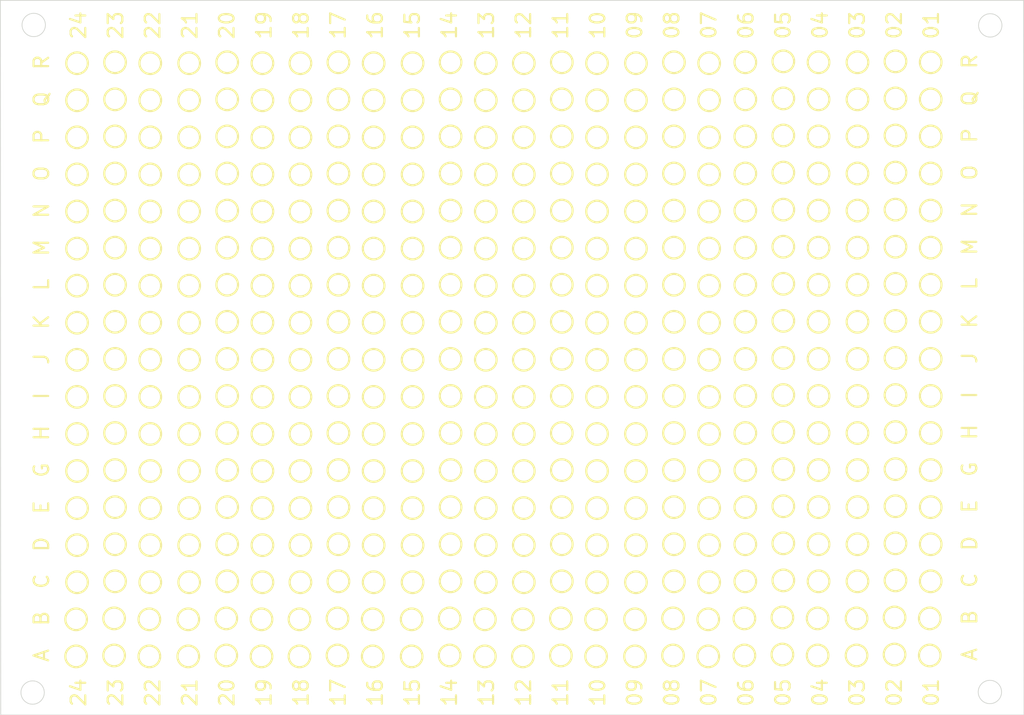
<source format=kicad_pcb>
(kicad_pcb (version 20171130) (host pcbnew "(5.1.8)-1")

  (general
    (thickness 1.6)
    (drawings 543)
    (tracks 0)
    (zones 0)
    (modules 0)
    (nets 1)
  )

  (page A4)
  (layers
    (0 F.Cu signal hide)
    (31 B.Cu signal)
    (32 B.Adhes user hide)
    (33 F.Adhes user hide)
    (34 B.Paste user hide)
    (35 F.Paste user hide)
    (36 B.SilkS user hide)
    (37 F.SilkS user)
    (38 B.Mask user hide)
    (39 F.Mask user hide)
    (40 Dwgs.User user hide)
    (41 Cmts.User user hide)
    (42 Eco1.User user hide)
    (43 Eco2.User user)
    (44 Edge.Cuts user)
    (45 Margin user hide)
    (46 B.CrtYd user hide)
    (47 F.CrtYd user hide)
    (48 B.Fab user hide)
    (49 F.Fab user hide)
  )

  (setup
    (last_trace_width 0.25)
    (user_trace_width 0.5)
    (user_trace_width 0.75)
    (trace_clearance 0.2)
    (zone_clearance 0.508)
    (zone_45_only no)
    (trace_min 0.2)
    (via_size 0.8)
    (via_drill 0.4)
    (via_min_size 0.4)
    (via_min_drill 0.3)
    (uvia_size 0.3)
    (uvia_drill 0.1)
    (uvias_allowed no)
    (uvia_min_size 0.2)
    (uvia_min_drill 0.1)
    (edge_width 0.05)
    (segment_width 0.2)
    (pcb_text_width 0.3)
    (pcb_text_size 1.5 1.5)
    (mod_edge_width 0.12)
    (mod_text_size 1 1)
    (mod_text_width 0.15)
    (pad_size 1.524 1.524)
    (pad_drill 0.762)
    (pad_to_mask_clearance 0)
    (aux_axis_origin 0 0)
    (visible_elements 7FFFFFFF)
    (pcbplotparams
      (layerselection 0x010fc_ffffffff)
      (usegerberextensions false)
      (usegerberattributes true)
      (usegerberadvancedattributes true)
      (creategerberjobfile true)
      (excludeedgelayer true)
      (linewidth 0.100000)
      (plotframeref false)
      (viasonmask false)
      (mode 1)
      (useauxorigin false)
      (hpglpennumber 1)
      (hpglpenspeed 20)
      (hpglpendiameter 15.000000)
      (psnegative false)
      (psa4output false)
      (plotreference true)
      (plotvalue true)
      (plotinvisibletext false)
      (padsonsilk false)
      (subtractmaskfromsilk false)
      (outputformat 1)
      (mirror false)
      (drillshape 1)
      (scaleselection 1)
      (outputdirectory ""))
  )

  (net 0 "")

  (net_class Default "This is the default net class."
    (clearance 0.2)
    (trace_width 0.25)
    (via_dia 0.8)
    (via_drill 0.4)
    (uvia_dia 0.3)
    (uvia_drill 0.1)
  )

  (gr_line (start 29.21 72.39) (end 29.21 29.21) (layer Margin) (width 0.15) (tstamp 5FDBADFD))
  (gr_line (start 90.17 72.39) (end 29.21 72.39) (layer Margin) (width 0.15))
  (gr_line (start 90.17 29.21) (end 90.17 72.39) (layer Margin) (width 0.15))
  (gr_line (start 29.21 29.21) (end 90.17 29.21) (layer Margin) (width 0.15))
  (gr_circle (center 27.3304 73.66) (end 28.1304 73.66) (layer Edge.Cuts) (width 0.05) (tstamp 5FDBADB1))
  (gr_circle (center 27.4066 27.924) (end 28.2066 27.924) (layer Edge.Cuts) (width 0.05) (tstamp 5FDBADB1))
  (gr_circle (center 92.9132 73.6218) (end 93.7132 73.6218) (layer Edge.Cuts) (width 0.05) (tstamp 5FDBADB1))
  (gr_text 24 (at 30.48 73.66 90) (layer F.SilkS) (tstamp 5FDBA936)
    (effects (font (size 1 1) (thickness 0.15)))
  )
  (gr_text 16 (at 50.8 73.66 90) (layer F.SilkS) (tstamp 5FDBA935)
    (effects (font (size 1 1) (thickness 0.15)))
  )
  (gr_text 12 (at 60.96 73.66 90) (layer F.SilkS) (tstamp 5FDBA934)
    (effects (font (size 1 1) (thickness 0.15)))
  )
  (gr_text 08 (at 71.12 73.66 90) (layer F.SilkS) (tstamp 5FDBA933)
    (effects (font (size 1 1) (thickness 0.15)))
  )
  (gr_text 22 (at 35.56 73.66 90) (layer F.SilkS) (tstamp 5FDBA932)
    (effects (font (size 1 1) (thickness 0.15)))
  )
  (gr_text 19 (at 43.18 73.66 90) (layer F.SilkS) (tstamp 5FDBA931)
    (effects (font (size 1 1) (thickness 0.15)))
  )
  (gr_text 20 (at 40.64 73.66 90) (layer F.SilkS) (tstamp 5FDBA930)
    (effects (font (size 1 1) (thickness 0.15)))
  )
  (gr_text 11 (at 63.5 73.66 90) (layer F.SilkS) (tstamp 5FDBA92F)
    (effects (font (size 1 1) (thickness 0.15)))
  )
  (gr_text 21 (at 38.1 73.66 90) (layer F.SilkS) (tstamp 5FDBA92E)
    (effects (font (size 1 1) (thickness 0.15)))
  )
  (gr_text 23 (at 33.02 73.66 90) (layer F.SilkS) (tstamp 5FDBA92D)
    (effects (font (size 1 1) (thickness 0.15)))
  )
  (gr_text 10 (at 66.04 73.66 90) (layer F.SilkS) (tstamp 5FDBA92C)
    (effects (font (size 1 1) (thickness 0.15)))
  )
  (gr_text 18 (at 45.72 73.66 90) (layer F.SilkS) (tstamp 5FDBA92B)
    (effects (font (size 1 1) (thickness 0.15)))
  )
  (gr_text 15 (at 53.34 73.66 90) (layer F.SilkS) (tstamp 5FDBA92A)
    (effects (font (size 1 1) (thickness 0.15)))
  )
  (gr_text 14 (at 55.88 73.66 90) (layer F.SilkS) (tstamp 5FDBA929)
    (effects (font (size 1 1) (thickness 0.15)))
  )
  (gr_text 13 (at 58.42 73.66 90) (layer F.SilkS) (tstamp 5FDBA928)
    (effects (font (size 1 1) (thickness 0.15)))
  )
  (gr_text 09 (at 68.58 73.66 90) (layer F.SilkS) (tstamp 5FDBA927)
    (effects (font (size 1 1) (thickness 0.15)))
  )
  (gr_text 17 (at 48.26 73.66 90) (layer F.SilkS) (tstamp 5FDBA926)
    (effects (font (size 1 1) (thickness 0.15)))
  )
  (gr_text 04 (at 81.28 73.66 90) (layer F.SilkS) (tstamp 5FDBA925)
    (effects (font (size 1 1) (thickness 0.15)))
  )
  (gr_text 03 (at 83.82 73.66 90) (layer F.SilkS) (tstamp 5FDBA924)
    (effects (font (size 1 1) (thickness 0.15)))
  )
  (gr_text 01 (at 88.9 73.66 90) (layer F.SilkS) (tstamp 5FDBA923)
    (effects (font (size 1 1) (thickness 0.15)))
  )
  (gr_text 07 (at 73.66 73.66 90) (layer F.SilkS) (tstamp 5FDBA922)
    (effects (font (size 1 1) (thickness 0.15)))
  )
  (gr_text 06 (at 76.2 73.66 90) (layer F.SilkS) (tstamp 5FDBA921)
    (effects (font (size 1 1) (thickness 0.15)))
  )
  (gr_text 02 (at 86.36 73.66 90) (layer F.SilkS) (tstamp 5FDBA920)
    (effects (font (size 1 1) (thickness 0.15)))
  )
  (gr_text 05 (at 78.74 73.66 90) (layer F.SilkS) (tstamp 5FDBA91F)
    (effects (font (size 1 1) (thickness 0.15)))
  )
  (gr_text 24 (at 30.48 27.94 90) (layer F.SilkS)
    (effects (font (size 1 1) (thickness 0.15)))
  )
  (gr_text 23 (at 33.02 27.94 90) (layer F.SilkS)
    (effects (font (size 1 1) (thickness 0.15)))
  )
  (gr_text 22 (at 35.56 27.94 90) (layer F.SilkS)
    (effects (font (size 1 1) (thickness 0.15)))
  )
  (gr_text 21 (at 38.1 27.94 90) (layer F.SilkS)
    (effects (font (size 1 1) (thickness 0.15)))
  )
  (gr_text 20 (at 40.64 27.94 90) (layer F.SilkS)
    (effects (font (size 1 1) (thickness 0.15)))
  )
  (gr_text 19 (at 43.18 27.94 90) (layer F.SilkS)
    (effects (font (size 1 1) (thickness 0.15)))
  )
  (gr_text 18 (at 45.72 27.94 90) (layer F.SilkS)
    (effects (font (size 1 1) (thickness 0.15)))
  )
  (gr_text 17 (at 48.26 27.94 90) (layer F.SilkS)
    (effects (font (size 1 1) (thickness 0.15)))
  )
  (gr_text 16 (at 50.8 27.94 90) (layer F.SilkS)
    (effects (font (size 1 1) (thickness 0.15)))
  )
  (gr_text 15 (at 53.34 27.94 90) (layer F.SilkS)
    (effects (font (size 1 1) (thickness 0.15)))
  )
  (gr_text 14 (at 55.88 27.94 90) (layer F.SilkS)
    (effects (font (size 1 1) (thickness 0.15)))
  )
  (gr_text 13 (at 58.42 27.94 90) (layer F.SilkS)
    (effects (font (size 1 1) (thickness 0.15)))
  )
  (gr_text 12 (at 60.96 27.94 90) (layer F.SilkS)
    (effects (font (size 1 1) (thickness 0.15)))
  )
  (gr_text 11 (at 63.5 27.94 90) (layer F.SilkS)
    (effects (font (size 1 1) (thickness 0.15)))
  )
  (gr_text 10 (at 66.04 27.94 90) (layer F.SilkS)
    (effects (font (size 1 1) (thickness 0.15)))
  )
  (gr_text 09 (at 68.58 27.94 90) (layer F.SilkS)
    (effects (font (size 1 1) (thickness 0.15)))
  )
  (gr_text 08 (at 71.12 27.94 90) (layer F.SilkS)
    (effects (font (size 1 1) (thickness 0.15)))
  )
  (gr_text 07 (at 73.66 27.94 90) (layer F.SilkS)
    (effects (font (size 1 1) (thickness 0.15)))
  )
  (gr_text 06 (at 76.2 27.94 90) (layer F.SilkS)
    (effects (font (size 1 1) (thickness 0.15)))
  )
  (gr_text 05 (at 78.74 27.94 90) (layer F.SilkS)
    (effects (font (size 1 1) (thickness 0.15)))
  )
  (gr_text 04 (at 81.28 27.94 90) (layer F.SilkS)
    (effects (font (size 1 1) (thickness 0.15)))
  )
  (gr_text 03 (at 83.82 27.94 90) (layer F.SilkS)
    (effects (font (size 1 1) (thickness 0.15)))
  )
  (gr_text 02 (at 86.36 27.94 90) (layer F.SilkS)
    (effects (font (size 1 1) (thickness 0.15)))
  )
  (gr_text 01 (at 88.9 27.94 90) (layer F.SilkS)
    (effects (font (size 1 1) (thickness 0.15)))
  )
  (gr_text R (at 91.52497 30.4165 90) (layer F.SilkS) (tstamp 5FDBA837)
    (effects (font (size 1 1) (thickness 0.15)))
  )
  (gr_text A (at 91.52497 71.0565 90) (layer F.SilkS) (tstamp 5FDBA836)
    (effects (font (size 1 1) (thickness 0.15)))
  )
  (gr_text D (at 91.52497 63.4365 90) (layer F.SilkS) (tstamp 5FDBA835)
    (effects (font (size 1 1) (thickness 0.15)))
  )
  (gr_text J (at 91.52497 50.7365 90) (layer F.SilkS) (tstamp 5FDBA834)
    (effects (font (size 1 1) (thickness 0.15)))
  )
  (gr_text I (at 91.52497 53.2765 90) (layer F.SilkS) (tstamp 5FDBA833)
    (effects (font (size 1 1) (thickness 0.15)))
  )
  (gr_text C (at 91.52497 65.9765 90) (layer F.SilkS) (tstamp 5FDBA832)
    (effects (font (size 1 1) (thickness 0.15)))
  )
  (gr_text N (at 91.52497 40.5765 90) (layer F.SilkS) (tstamp 5FDBA831)
    (effects (font (size 1 1) (thickness 0.15)))
  )
  (gr_text E (at 91.52497 60.8965 90) (layer F.SilkS) (tstamp 5FDBA830)
    (effects (font (size 1 1) (thickness 0.15)))
  )
  (gr_text O (at 91.52497 38.0365 90) (layer F.SilkS) (tstamp 5FDBA82F)
    (effects (font (size 1 1) (thickness 0.15)))
  )
  (gr_text P (at 91.52497 35.4965 90) (layer F.SilkS) (tstamp 5FDBA82E)
    (effects (font (size 1 1) (thickness 0.15)))
  )
  (gr_text B (at 91.52497 68.5165 90) (layer F.SilkS) (tstamp 5FDBA82D)
    (effects (font (size 1 1) (thickness 0.15)))
  )
  (gr_text M (at 91.52497 43.1165 90) (layer F.SilkS) (tstamp 5FDBA82C)
    (effects (font (size 1 1) (thickness 0.15)))
  )
  (gr_text H (at 91.52497 55.8165 90) (layer F.SilkS) (tstamp 5FDBA82B)
    (effects (font (size 1 1) (thickness 0.15)))
  )
  (gr_text L (at 91.52497 45.6565 90) (layer F.SilkS) (tstamp 5FDBA82A)
    (effects (font (size 1 1) (thickness 0.15)))
  )
  (gr_text G (at 91.52497 58.3565 90) (layer F.SilkS) (tstamp 5FDBA829)
    (effects (font (size 1 1) (thickness 0.15)))
  )
  (gr_text Q (at 91.52497 32.9565 90) (layer F.SilkS) (tstamp 5FDBA828)
    (effects (font (size 1 1) (thickness 0.15)))
  )
  (gr_text K (at 91.52497 48.1965 90) (layer F.SilkS) (tstamp 5FDBA827)
    (effects (font (size 1 1) (thickness 0.15)))
  )
  (gr_circle (center 71.26847 48.26) (end 71.90347 48.641) (layer F.SilkS) (width 0.15) (tstamp 5FDB983D))
  (gr_circle (center 73.68147 63.5635) (end 74.31647 63.9445) (layer F.SilkS) (width 0.15) (tstamp 5FDB983C))
  (gr_circle (center 71.26847 60.96) (end 71.90347 61.341) (layer F.SilkS) (width 0.15) (tstamp 5FDB983B))
  (gr_circle (center 71.26847 35.56) (end 71.90347 35.941) (layer F.SilkS) (width 0.15) (tstamp 5FDB983A))
  (gr_circle (center 68.66497 63.5635) (end 69.29997 63.9445) (layer F.SilkS) (width 0.15) (tstamp 5FDB9839))
  (gr_circle (center 71.26847 53.34) (end 71.90347 53.721) (layer F.SilkS) (width 0.15) (tstamp 5FDB9838))
  (gr_circle (center 68.66497 66.1035) (end 69.29997 66.4845) (layer F.SilkS) (width 0.15) (tstamp 5FDB9837))
  (gr_circle (center 71.26847 50.8) (end 71.90347 51.181) (layer F.SilkS) (width 0.15) (tstamp 5FDB9836))
  (gr_circle (center 71.20497 71.12) (end 71.83997 71.501) (layer F.SilkS) (width 0.15) (tstamp 5FDB9835))
  (gr_circle (center 71.26847 55.88) (end 71.90347 56.261) (layer F.SilkS) (width 0.15) (tstamp 5FDB9834))
  (gr_circle (center 73.68147 38.1635) (end 74.31647 38.5445) (layer F.SilkS) (width 0.15) (tstamp 5FDB9833))
  (gr_circle (center 73.68147 30.5435) (end 74.31647 30.9245) (layer F.SilkS) (width 0.15) (tstamp 5FDB9832))
  (gr_circle (center 71.26847 66.04) (end 71.90347 66.421) (layer F.SilkS) (width 0.15) (tstamp 5FDB9831))
  (gr_circle (center 73.68147 33.0835) (end 74.31647 33.4645) (layer F.SilkS) (width 0.15) (tstamp 5FDB9830))
  (gr_circle (center 73.68147 53.4035) (end 74.31647 53.7845) (layer F.SilkS) (width 0.15) (tstamp 5FDB982F))
  (gr_circle (center 68.60147 71.1835) (end 69.23647 71.5645) (layer F.SilkS) (width 0.15) (tstamp 5FDB982E))
  (gr_circle (center 71.20497 68.58) (end 71.83997 68.961) (layer F.SilkS) (width 0.15) (tstamp 5FDB982D))
  (gr_circle (center 68.66497 33.0835) (end 69.29997 33.4645) (layer F.SilkS) (width 0.15) (tstamp 5FDB982C))
  (gr_circle (center 73.68147 66.1035) (end 74.31647 66.4845) (layer F.SilkS) (width 0.15) (tstamp 5FDB982B))
  (gr_circle (center 73.68147 43.2435) (end 74.31647 43.6245) (layer F.SilkS) (width 0.15) (tstamp 5FDB982A))
  (gr_circle (center 73.68147 40.7035) (end 74.31647 41.0845) (layer F.SilkS) (width 0.15) (tstamp 5FDB9829))
  (gr_circle (center 73.68147 50.8635) (end 74.31647 51.2445) (layer F.SilkS) (width 0.15) (tstamp 5FDB9828))
  (gr_circle (center 68.66497 30.5435) (end 69.29997 30.9245) (layer F.SilkS) (width 0.15) (tstamp 5FDB9827))
  (gr_circle (center 68.66497 61.0235) (end 69.29997 61.4045) (layer F.SilkS) (width 0.15) (tstamp 5FDB9826))
  (gr_circle (center 68.66497 58.4835) (end 69.29997 58.8645) (layer F.SilkS) (width 0.15) (tstamp 5FDB9825))
  (gr_circle (center 71.26847 38.1) (end 71.90347 38.481) (layer F.SilkS) (width 0.15) (tstamp 5FDB9824))
  (gr_circle (center 68.66497 40.7035) (end 69.29997 41.0845) (layer F.SilkS) (width 0.15) (tstamp 5FDB9823))
  (gr_circle (center 71.26847 58.42) (end 71.90347 58.801) (layer F.SilkS) (width 0.15) (tstamp 5FDB9822))
  (gr_circle (center 73.61797 68.6435) (end 74.25297 69.0245) (layer F.SilkS) (width 0.15) (tstamp 5FDB9821))
  (gr_circle (center 73.68147 45.7835) (end 74.31647 46.1645) (layer F.SilkS) (width 0.15) (tstamp 5FDB9820))
  (gr_circle (center 68.66497 43.2435) (end 69.29997 43.6245) (layer F.SilkS) (width 0.15) (tstamp 5FDB981F))
  (gr_circle (center 71.26847 30.48) (end 71.90347 30.861) (layer F.SilkS) (width 0.15) (tstamp 5FDB981E))
  (gr_circle (center 68.66497 50.8635) (end 69.29997 51.2445) (layer F.SilkS) (width 0.15) (tstamp 5FDB981D))
  (gr_circle (center 71.26847 33.02) (end 71.90347 33.401) (layer F.SilkS) (width 0.15) (tstamp 5FDB981C))
  (gr_circle (center 68.60147 68.6435) (end 69.23647 69.0245) (layer F.SilkS) (width 0.15) (tstamp 5FDB981B))
  (gr_circle (center 71.26847 43.18) (end 71.90347 43.561) (layer F.SilkS) (width 0.15) (tstamp 5FDB981A))
  (gr_circle (center 68.66497 35.6235) (end 69.29997 36.0045) (layer F.SilkS) (width 0.15) (tstamp 5FDB9819))
  (gr_circle (center 73.61797 71.1835) (end 74.25297 71.5645) (layer F.SilkS) (width 0.15) (tstamp 5FDB9818))
  (gr_circle (center 71.26847 63.5) (end 71.90347 63.881) (layer F.SilkS) (width 0.15) (tstamp 5FDB9817))
  (gr_circle (center 68.66497 38.1635) (end 69.29997 38.5445) (layer F.SilkS) (width 0.15) (tstamp 5FDB9816))
  (gr_circle (center 68.66497 45.7835) (end 69.29997 46.1645) (layer F.SilkS) (width 0.15) (tstamp 5FDB9815))
  (gr_circle (center 73.68147 35.6235) (end 74.31647 36.0045) (layer F.SilkS) (width 0.15) (tstamp 5FDB9814))
  (gr_circle (center 71.26847 40.64) (end 71.90347 41.021) (layer F.SilkS) (width 0.15) (tstamp 5FDB9813))
  (gr_circle (center 76.15797 60.96) (end 76.79297 61.341) (layer F.SilkS) (width 0.15) (tstamp 5FDB9812))
  (gr_circle (center 81.17447 43.18) (end 81.80947 43.561) (layer F.SilkS) (width 0.15) (tstamp 5FDB9811))
  (gr_circle (center 78.76147 38.0365) (end 79.39647 38.4175) (layer F.SilkS) (width 0.15) (tstamp 5FDB9810))
  (gr_circle (center 76.15797 38.1) (end 76.79297 38.481) (layer F.SilkS) (width 0.15) (tstamp 5FDB980F))
  (gr_circle (center 81.17447 48.26) (end 81.80947 48.641) (layer F.SilkS) (width 0.15) (tstamp 5FDB980E))
  (gr_circle (center 76.15797 55.88) (end 76.79297 56.261) (layer F.SilkS) (width 0.15) (tstamp 5FDB980D))
  (gr_circle (center 76.15797 48.26) (end 76.79297 48.641) (layer F.SilkS) (width 0.15) (tstamp 5FDB980C))
  (gr_circle (center 76.15797 53.34) (end 76.79297 53.721) (layer F.SilkS) (width 0.15) (tstamp 5FDB980B))
  (gr_circle (center 76.15797 40.64) (end 76.79297 41.021) (layer F.SilkS) (width 0.15) (tstamp 5FDB980A))
  (gr_circle (center 76.15797 63.5) (end 76.79297 63.881) (layer F.SilkS) (width 0.15) (tstamp 5FDB9809))
  (gr_circle (center 76.15797 43.18) (end 76.79297 43.561) (layer F.SilkS) (width 0.15) (tstamp 5FDB9808))
  (gr_circle (center 81.17447 55.88) (end 81.80947 56.261) (layer F.SilkS) (width 0.15) (tstamp 5FDB9807))
  (gr_circle (center 81.17447 40.64) (end 81.80947 41.021) (layer F.SilkS) (width 0.15) (tstamp 5FDB9806))
  (gr_circle (center 81.17447 53.34) (end 81.80947 53.721) (layer F.SilkS) (width 0.15) (tstamp 5FDB9805))
  (gr_circle (center 76.15797 50.8) (end 76.79297 51.181) (layer F.SilkS) (width 0.15) (tstamp 5FDB9804))
  (gr_circle (center 81.17447 50.8) (end 81.80947 51.181) (layer F.SilkS) (width 0.15) (tstamp 5FDB9803))
  (gr_circle (center 76.15797 35.56) (end 76.79297 35.941) (layer F.SilkS) (width 0.15) (tstamp 5FDB9802))
  (gr_circle (center 76.15797 33.02) (end 76.79297 33.401) (layer F.SilkS) (width 0.15) (tstamp 5FDB9801))
  (gr_circle (center 76.09447 71.12) (end 76.72947 71.501) (layer F.SilkS) (width 0.15) (tstamp 5FDB9800))
  (gr_circle (center 76.15797 66.04) (end 76.79297 66.421) (layer F.SilkS) (width 0.15) (tstamp 5FDB97FF))
  (gr_circle (center 76.15797 45.72) (end 76.79297 46.101) (layer F.SilkS) (width 0.15) (tstamp 5FDB97FE))
  (gr_circle (center 76.09447 68.58) (end 76.72947 68.961) (layer F.SilkS) (width 0.15) (tstamp 5FDB97FD))
  (gr_circle (center 76.15797 30.48) (end 76.79297 30.861) (layer F.SilkS) (width 0.15) (tstamp 5FDB97FC))
  (gr_circle (center 78.76147 60.8965) (end 79.39647 61.2775) (layer F.SilkS) (width 0.15) (tstamp 5FDB97FB))
  (gr_circle (center 81.17447 66.04) (end 81.80947 66.421) (layer F.SilkS) (width 0.15) (tstamp 5FDB97FA))
  (gr_circle (center 78.69797 71.0565) (end 79.33297 71.4375) (layer F.SilkS) (width 0.15) (tstamp 5FDB97F9))
  (gr_circle (center 81.17447 33.02) (end 81.80947 33.401) (layer F.SilkS) (width 0.15) (tstamp 5FDB97F8))
  (gr_circle (center 81.17447 30.48) (end 81.80947 30.861) (layer F.SilkS) (width 0.15) (tstamp 5FDB97F7))
  (gr_circle (center 81.17447 58.42) (end 81.80947 58.801) (layer F.SilkS) (width 0.15) (tstamp 5FDB97F6))
  (gr_circle (center 78.69797 68.5165) (end 79.33297 68.8975) (layer F.SilkS) (width 0.15) (tstamp 5FDB97F5))
  (gr_circle (center 81.17447 63.5) (end 81.80947 63.881) (layer F.SilkS) (width 0.15) (tstamp 5FDB97F4))
  (gr_circle (center 81.17447 45.72) (end 81.80947 46.101) (layer F.SilkS) (width 0.15) (tstamp 5FDB97F3))
  (gr_circle (center 78.76147 63.4365) (end 79.39647 63.8175) (layer F.SilkS) (width 0.15) (tstamp 5FDB97F2))
  (gr_circle (center 83.84147 55.88) (end 84.47647 56.261) (layer F.SilkS) (width 0.15) (tstamp 5FDB97F1))
  (gr_circle (center 81.11097 68.58) (end 81.74597 68.961) (layer F.SilkS) (width 0.15) (tstamp 5FDB97F0))
  (gr_circle (center 78.76147 45.6565) (end 79.39647 46.0375) (layer F.SilkS) (width 0.15) (tstamp 5FDB97EF))
  (gr_circle (center 78.76147 65.9765) (end 79.39647 66.3575) (layer F.SilkS) (width 0.15) (tstamp 5FDB97EE))
  (gr_circle (center 78.76147 32.9565) (end 79.39647 33.3375) (layer F.SilkS) (width 0.15) (tstamp 5FDB97ED))
  (gr_circle (center 78.76147 58.3565) (end 79.39647 58.7375) (layer F.SilkS) (width 0.15) (tstamp 5FDB97EC))
  (gr_circle (center 81.17447 60.96) (end 81.80947 61.341) (layer F.SilkS) (width 0.15) (tstamp 5FDB97EB))
  (gr_circle (center 78.76147 30.4165) (end 79.39647 30.7975) (layer F.SilkS) (width 0.15) (tstamp 5FDB97EA))
  (gr_circle (center 78.76147 35.4965) (end 79.39647 35.8775) (layer F.SilkS) (width 0.15) (tstamp 5FDB97E9))
  (gr_circle (center 83.84147 48.26) (end 84.47647 48.641) (layer F.SilkS) (width 0.15) (tstamp 5FDB97E8))
  (gr_circle (center 83.84147 53.34) (end 84.47647 53.721) (layer F.SilkS) (width 0.15) (tstamp 5FDB97E7))
  (gr_circle (center 81.17447 35.56) (end 81.80947 35.941) (layer F.SilkS) (width 0.15) (tstamp 5FDB97E6))
  (gr_circle (center 76.15797 58.42) (end 76.79297 58.801) (layer F.SilkS) (width 0.15) (tstamp 5FDB97E5))
  (gr_circle (center 78.76147 48.1965) (end 79.39647 48.5775) (layer F.SilkS) (width 0.15) (tstamp 5FDB97E4))
  (gr_circle (center 78.76147 40.5765) (end 79.39647 40.9575) (layer F.SilkS) (width 0.15) (tstamp 5FDB97E3))
  (gr_circle (center 78.76147 53.2765) (end 79.39647 53.6575) (layer F.SilkS) (width 0.15) (tstamp 5FDB97E2))
  (gr_circle (center 78.76147 43.1165) (end 79.39647 43.4975) (layer F.SilkS) (width 0.15) (tstamp 5FDB97E1))
  (gr_circle (center 81.11097 71.12) (end 81.74597 71.501) (layer F.SilkS) (width 0.15) (tstamp 5FDB97E0))
  (gr_circle (center 78.76147 55.8165) (end 79.39647 56.1975) (layer F.SilkS) (width 0.15) (tstamp 5FDB97DF))
  (gr_circle (center 81.17447 38.1) (end 81.80947 38.481) (layer F.SilkS) (width 0.15) (tstamp 5FDB97DE))
  (gr_circle (center 78.76147 50.7365) (end 79.39647 51.1175) (layer F.SilkS) (width 0.15) (tstamp 5FDB97DD))
  (gr_circle (center 71.26847 45.72) (end 71.90347 46.101) (layer F.SilkS) (width 0.15) (tstamp 5FDB97DC))
  (gr_circle (center 73.68147 58.4835) (end 74.31647 58.8645) (layer F.SilkS) (width 0.15) (tstamp 5FDB97DB))
  (gr_circle (center 53.36147 38.1635) (end 53.99647 38.5445) (layer F.SilkS) (width 0.15) (tstamp 5FDB97DA))
  (gr_circle (center 53.29797 71.1835) (end 53.93297 71.5645) (layer F.SilkS) (width 0.15) (tstamp 5FDB97D9))
  (gr_circle (center 53.36147 63.5635) (end 53.99647 63.9445) (layer F.SilkS) (width 0.15) (tstamp 5FDB97D8))
  (gr_circle (center 55.96497 66.04) (end 56.59997 66.421) (layer F.SilkS) (width 0.15) (tstamp 5FDB97D7))
  (gr_circle (center 73.68147 61.0235) (end 74.31647 61.4045) (layer F.SilkS) (width 0.15) (tstamp 5FDB97D6))
  (gr_circle (center 55.96497 45.72) (end 56.59997 46.101) (layer F.SilkS) (width 0.15) (tstamp 5FDB97D5))
  (gr_circle (center 53.36147 58.4835) (end 53.99647 58.8645) (layer F.SilkS) (width 0.15) (tstamp 5FDB97D4))
  (gr_circle (center 55.90147 71.12) (end 56.53647 71.501) (layer F.SilkS) (width 0.15) (tstamp 5FDB97D3))
  (gr_circle (center 53.36147 33.0835) (end 53.99647 33.4645) (layer F.SilkS) (width 0.15) (tstamp 5FDB97D2))
  (gr_circle (center 55.96497 55.88) (end 56.59997 56.261) (layer F.SilkS) (width 0.15) (tstamp 5FDB97D1))
  (gr_circle (center 53.36147 66.1035) (end 53.99647 66.4845) (layer F.SilkS) (width 0.15) (tstamp 5FDB97D0))
  (gr_circle (center 58.37797 45.7835) (end 59.01297 46.1645) (layer F.SilkS) (width 0.15) (tstamp 5FDB97CF))
  (gr_circle (center 55.96497 40.64) (end 56.59997 41.021) (layer F.SilkS) (width 0.15) (tstamp 5FDB97CE))
  (gr_circle (center 55.96497 35.56) (end 56.59997 35.941) (layer F.SilkS) (width 0.15) (tstamp 5FDB97CD))
  (gr_circle (center 53.36147 40.7035) (end 53.99647 41.0845) (layer F.SilkS) (width 0.15) (tstamp 5FDB97CC))
  (gr_circle (center 55.96497 50.8) (end 56.59997 51.181) (layer F.SilkS) (width 0.15) (tstamp 5FDB97CB))
  (gr_circle (center 58.37797 38.1635) (end 59.01297 38.5445) (layer F.SilkS) (width 0.15) (tstamp 5FDB97CA))
  (gr_circle (center 55.90147 68.58) (end 56.53647 68.961) (layer F.SilkS) (width 0.15) (tstamp 5FDB97C9))
  (gr_circle (center 53.29797 68.6435) (end 53.93297 69.0245) (layer F.SilkS) (width 0.15) (tstamp 5FDB97C8))
  (gr_circle (center 53.36147 45.7835) (end 53.99647 46.1645) (layer F.SilkS) (width 0.15) (tstamp 5FDB97C7))
  (gr_circle (center 55.96497 33.02) (end 56.59997 33.401) (layer F.SilkS) (width 0.15) (tstamp 5FDB97C6))
  (gr_circle (center 53.36147 61.0235) (end 53.99647 61.4045) (layer F.SilkS) (width 0.15) (tstamp 5FDB97C5))
  (gr_circle (center 55.96497 43.18) (end 56.59997 43.561) (layer F.SilkS) (width 0.15) (tstamp 5FDB97C4))
  (gr_circle (center 55.96497 38.1) (end 56.59997 38.481) (layer F.SilkS) (width 0.15) (tstamp 5FDB97C3))
  (gr_circle (center 58.37797 33.0835) (end 59.01297 33.4645) (layer F.SilkS) (width 0.15) (tstamp 5FDB97C2))
  (gr_circle (center 55.96497 53.34) (end 56.59997 53.721) (layer F.SilkS) (width 0.15) (tstamp 5FDB97C1))
  (gr_circle (center 58.37797 58.4835) (end 59.01297 58.8645) (layer F.SilkS) (width 0.15) (tstamp 5FDB97C0))
  (gr_circle (center 58.37797 61.0235) (end 59.01297 61.4045) (layer F.SilkS) (width 0.15) (tstamp 5FDB97BF))
  (gr_circle (center 58.31447 71.1835) (end 58.94947 71.5645) (layer F.SilkS) (width 0.15) (tstamp 5FDB97BE))
  (gr_circle (center 58.37797 63.5635) (end 59.01297 63.9445) (layer F.SilkS) (width 0.15) (tstamp 5FDB97BD))
  (gr_circle (center 55.96497 60.96) (end 56.59997 61.341) (layer F.SilkS) (width 0.15) (tstamp 5FDB97BC))
  (gr_circle (center 58.37797 35.6235) (end 59.01297 36.0045) (layer F.SilkS) (width 0.15) (tstamp 5FDB97BB))
  (gr_circle (center 55.96497 63.5) (end 56.59997 63.881) (layer F.SilkS) (width 0.15) (tstamp 5FDB97BA))
  (gr_circle (center 58.37797 30.5435) (end 59.01297 30.9245) (layer F.SilkS) (width 0.15) (tstamp 5FDB97B9))
  (gr_circle (center 55.96497 48.26) (end 56.59997 48.641) (layer F.SilkS) (width 0.15) (tstamp 5FDB97B8))
  (gr_circle (center 58.37797 66.1035) (end 59.01297 66.4845) (layer F.SilkS) (width 0.15) (tstamp 5FDB97B7))
  (gr_circle (center 58.31447 68.6435) (end 58.94947 69.0245) (layer F.SilkS) (width 0.15) (tstamp 5FDB97B6))
  (gr_circle (center 55.96497 30.48) (end 56.59997 30.861) (layer F.SilkS) (width 0.15) (tstamp 5FDB97B5))
  (gr_circle (center 55.96497 58.42) (end 56.59997 58.801) (layer F.SilkS) (width 0.15) (tstamp 5FDB97B4))
  (gr_circle (center 53.36147 50.8635) (end 53.99647 51.2445) (layer F.SilkS) (width 0.15) (tstamp 5FDB97B3))
  (gr_circle (center 53.36147 35.6235) (end 53.99647 36.0045) (layer F.SilkS) (width 0.15) (tstamp 5FDB97B2))
  (gr_circle (center 35.39097 43.2435) (end 36.02597 43.6245) (layer F.SilkS) (width 0.15) (tstamp 5FDB97B1))
  (gr_circle (center 30.37447 61.0235) (end 31.00947 61.4045) (layer F.SilkS) (width 0.15) (tstamp 5FDB97B0))
  (gr_text P (at 27.94 35.56 90) (layer F.SilkS) (tstamp 5FDB97AC)
    (effects (font (size 1 1) (thickness 0.15)))
  )
  (gr_text O (at 27.94 38.1 90) (layer F.SilkS) (tstamp 5FDB97AB)
    (effects (font (size 1 1) (thickness 0.15)))
  )
  (gr_text A (at 27.94 71.12 90) (layer F.SilkS) (tstamp 5FDB97AA)
    (effects (font (size 1 1) (thickness 0.15)))
  )
  (gr_text B (at 27.94 68.58 90) (layer F.SilkS) (tstamp 5FDB97A9)
    (effects (font (size 1 1) (thickness 0.15)))
  )
  (gr_text K (at 27.94 48.26 90) (layer F.SilkS) (tstamp 5FDB97A8)
    (effects (font (size 1 1) (thickness 0.15)))
  )
  (gr_text D (at 27.94 63.5 90) (layer F.SilkS) (tstamp 5FDB97A5)
    (effects (font (size 1 1) (thickness 0.15)))
  )
  (gr_text R (at 27.94 30.48 90) (layer F.SilkS) (tstamp 5FDB97A4)
    (effects (font (size 1 1) (thickness 0.15)))
  )
  (gr_text Q (at 27.94 33.02 90) (layer F.SilkS) (tstamp 5FDB97A3)
    (effects (font (size 1 1) (thickness 0.15)))
  )
  (gr_text N (at 27.94 40.64 90) (layer F.SilkS) (tstamp 5FDB97A0)
    (effects (font (size 1 1) (thickness 0.15)))
  )
  (gr_text M (at 27.94 43.18 90) (layer F.SilkS) (tstamp 5FDB979F)
    (effects (font (size 1 1) (thickness 0.15)))
  )
  (gr_text L (at 27.94 45.72 90) (layer F.SilkS) (tstamp 5FDB979E)
    (effects (font (size 1 1) (thickness 0.15)))
  )
  (gr_text J (at 27.94 50.8 90) (layer F.SilkS) (tstamp 5FDB979D)
    (effects (font (size 1 1) (thickness 0.15)))
  )
  (gr_text I (at 27.94 53.34 90) (layer F.SilkS) (tstamp 5FDB979C)
    (effects (font (size 1 1) (thickness 0.15)))
  )
  (gr_text H (at 27.94 55.88 90) (layer F.SilkS) (tstamp 5FDB979B)
    (effects (font (size 1 1) (thickness 0.15)))
  )
  (gr_text E (at 27.94 60.96 90) (layer F.SilkS) (tstamp 5FDB979A)
    (effects (font (size 1 1) (thickness 0.15)))
  )
  (gr_text C (at 27.94 66.04 90) (layer F.SilkS) (tstamp 5FDB9799)
    (effects (font (size 1 1) (thickness 0.15)))
  )
  (gr_text G (at 27.94 58.42 90) (layer F.SilkS) (tstamp 5FDB9798)
    (effects (font (size 1 1) (thickness 0.15)))
  )
  (gr_circle (center 88.85797 55.88) (end 89.49297 56.261) (layer F.SilkS) (width 0.15) (tstamp 5FDB9797))
  (gr_circle (center 88.85797 48.26) (end 89.49297 48.641) (layer F.SilkS) (width 0.15) (tstamp 5FDB9796))
  (gr_circle (center 88.85797 53.34) (end 89.49297 53.721) (layer F.SilkS) (width 0.15) (tstamp 5FDB9795))
  (gr_circle (center 88.85797 43.18) (end 89.49297 43.561) (layer F.SilkS) (width 0.15) (tstamp 5FDB9794))
  (gr_circle (center 88.85797 40.64) (end 89.49297 41.021) (layer F.SilkS) (width 0.15) (tstamp 5FDB9793))
  (gr_circle (center 88.85797 50.8) (end 89.49297 51.181) (layer F.SilkS) (width 0.15) (tstamp 5FDB9792))
  (gr_circle (center 83.84147 30.48) (end 84.47647 30.861) (layer F.SilkS) (width 0.15) (tstamp 5FDB9787))
  (gr_circle (center 83.84147 43.18) (end 84.47647 43.561) (layer F.SilkS) (width 0.15) (tstamp 5FDB9786))
  (gr_circle (center 83.84147 50.8) (end 84.47647 51.181) (layer F.SilkS) (width 0.15) (tstamp 5FDB9785))
  (gr_circle (center 83.84147 35.56) (end 84.47647 35.941) (layer F.SilkS) (width 0.15) (tstamp 5FDB9784))
  (gr_circle (center 83.84147 38.1) (end 84.47647 38.481) (layer F.SilkS) (width 0.15) (tstamp 5FDB9783))
  (gr_circle (center 83.77797 71.12) (end 84.41297 71.501) (layer F.SilkS) (width 0.15) (tstamp 5FDB9782))
  (gr_circle (center 83.84147 33.02) (end 84.47647 33.401) (layer F.SilkS) (width 0.15) (tstamp 5FDB9781))
  (gr_circle (center 83.84147 63.5) (end 84.47647 63.881) (layer F.SilkS) (width 0.15) (tstamp 5FDB9780))
  (gr_circle (center 83.84147 66.04) (end 84.47647 66.421) (layer F.SilkS) (width 0.15) (tstamp 5FDB977F))
  (gr_circle (center 83.84147 40.64) (end 84.47647 41.021) (layer F.SilkS) (width 0.15) (tstamp 5FDB977E))
  (gr_circle (center 83.77797 68.58) (end 84.41297 68.961) (layer F.SilkS) (width 0.15) (tstamp 5FDB977D))
  (gr_circle (center 32.97797 38.1) (end 33.61297 38.481) (layer F.SilkS) (width 0.15) (tstamp 5FDB977C))
  (gr_circle (center 35.39097 40.7035) (end 36.02597 41.0845) (layer F.SilkS) (width 0.15) (tstamp 5FDB977B))
  (gr_circle (center 35.39097 48.3235) (end 36.02597 48.7045) (layer F.SilkS) (width 0.15) (tstamp 5FDB977A))
  (gr_circle (center 30.37447 48.3235) (end 31.00947 48.7045) (layer F.SilkS) (width 0.15) (tstamp 5FDB9779))
  (gr_circle (center 30.37447 63.5635) (end 31.00947 63.9445) (layer F.SilkS) (width 0.15) (tstamp 5FDB9778))
  (gr_circle (center 35.39097 53.4035) (end 36.02597 53.7845) (layer F.SilkS) (width 0.15) (tstamp 5FDB9777))
  (gr_circle (center 30.37447 50.8635) (end 31.00947 51.2445) (layer F.SilkS) (width 0.15) (tstamp 5FDB9776))
  (gr_circle (center 35.39097 50.8635) (end 36.02597 51.2445) (layer F.SilkS) (width 0.15) (tstamp 5FDB9775))
  (gr_circle (center 30.37447 35.6235) (end 31.00947 36.0045) (layer F.SilkS) (width 0.15) (tstamp 5FDB9774))
  (gr_circle (center 30.31097 71.1835) (end 30.94597 71.5645) (layer F.SilkS) (width 0.15) (tstamp 5FDB9773))
  (gr_circle (center 30.37447 45.7835) (end 31.00947 46.1645) (layer F.SilkS) (width 0.15) (tstamp 5FDB9772))
  (gr_circle (center 30.31097 68.6435) (end 30.94597 69.0245) (layer F.SilkS) (width 0.15) (tstamp 5FDB9771))
  (gr_circle (center 32.91447 71.12) (end 33.54947 71.501) (layer F.SilkS) (width 0.15) (tstamp 5FDB9770))
  (gr_circle (center 35.39097 30.5435) (end 36.02597 30.9245) (layer F.SilkS) (width 0.15) (tstamp 5FDB976F))
  (gr_circle (center 30.37447 55.9435) (end 31.00947 56.3245) (layer F.SilkS) (width 0.15) (tstamp 5FDB976E))
  (gr_circle (center 30.37447 40.7035) (end 31.00947 41.0845) (layer F.SilkS) (width 0.15) (tstamp 5FDB976D))
  (gr_circle (center 30.37447 43.2435) (end 31.00947 43.6245) (layer F.SilkS) (width 0.15) (tstamp 5FDB976C))
  (gr_circle (center 30.37447 66.1035) (end 31.00947 66.4845) (layer F.SilkS) (width 0.15) (tstamp 5FDB976B))
  (gr_circle (center 35.39097 58.4835) (end 36.02597 58.8645) (layer F.SilkS) (width 0.15) (tstamp 5FDB976A))
  (gr_circle (center 35.39097 66.1035) (end 36.02597 66.4845) (layer F.SilkS) (width 0.15) (tstamp 5FDB9769))
  (gr_circle (center 30.37447 53.4035) (end 31.00947 53.7845) (layer F.SilkS) (width 0.15) (tstamp 5FDB9768))
  (gr_circle (center 30.37447 33.0835) (end 31.00947 33.4645) (layer F.SilkS) (width 0.15) (tstamp 5FDB9767))
  (gr_circle (center 32.97797 60.96) (end 33.61297 61.341) (layer F.SilkS) (width 0.15) (tstamp 5FDB9766))
  (gr_circle (center 35.39097 55.9435) (end 36.02597 56.3245) (layer F.SilkS) (width 0.15) (tstamp 5FDB9765))
  (gr_circle (center 35.39097 33.0835) (end 36.02597 33.4645) (layer F.SilkS) (width 0.15) (tstamp 5FDB9764))
  (gr_circle (center 30.37447 38.1635) (end 31.00947 38.5445) (layer F.SilkS) (width 0.15) (tstamp 5FDB9763))
  (gr_circle (center 32.91447 68.58) (end 33.54947 68.961) (layer F.SilkS) (width 0.15) (tstamp 5FDB9762))
  (gr_circle (center 30.37447 30.5435) (end 31.00947 30.9245) (layer F.SilkS) (width 0.15) (tstamp 5FDB9761))
  (gr_circle (center 40.59797 71.12) (end 41.23297 71.501) (layer F.SilkS) (width 0.15) (tstamp 5FDB9760))
  (gr_circle (center 32.97797 48.26) (end 33.61297 48.641) (layer F.SilkS) (width 0.15) (tstamp 5FDB975F))
  (gr_circle (center 32.97797 43.18) (end 33.61297 43.561) (layer F.SilkS) (width 0.15) (tstamp 5FDB975E))
  (gr_circle (center 40.66147 33.02) (end 41.29647 33.401) (layer F.SilkS) (width 0.15) (tstamp 5FDB975D))
  (gr_circle (center 35.39097 38.1635) (end 36.02597 38.5445) (layer F.SilkS) (width 0.15) (tstamp 5FDB975C))
  (gr_circle (center 32.97797 50.8) (end 33.61297 51.181) (layer F.SilkS) (width 0.15) (tstamp 5FDB975B))
  (gr_circle (center 43.07447 43.2435) (end 43.70947 43.6245) (layer F.SilkS) (width 0.15) (tstamp 5FDB975A))
  (gr_circle (center 35.39097 63.5635) (end 36.02597 63.9445) (layer F.SilkS) (width 0.15) (tstamp 5FDB9759))
  (gr_circle (center 32.97797 63.5) (end 33.61297 63.881) (layer F.SilkS) (width 0.15) (tstamp 5FDB9758))
  (gr_circle (center 35.32747 71.1835) (end 35.96247 71.5645) (layer F.SilkS) (width 0.15) (tstamp 5FDB9757))
  (gr_circle (center 35.39097 45.7835) (end 36.02597 46.1645) (layer F.SilkS) (width 0.15) (tstamp 5FDB9756))
  (gr_circle (center 38.05797 55.9435) (end 38.69297 56.3245) (layer F.SilkS) (width 0.15) (tstamp 5FDB9755))
  (gr_circle (center 43.07447 40.7035) (end 43.70947 41.0845) (layer F.SilkS) (width 0.15) (tstamp 5FDB9754))
  (gr_circle (center 38.05797 58.4835) (end 38.69297 58.8645) (layer F.SilkS) (width 0.15) (tstamp 5FDB9753))
  (gr_circle (center 40.66147 48.26) (end 41.29647 48.641) (layer F.SilkS) (width 0.15) (tstamp 5FDB9752))
  (gr_circle (center 35.32747 68.6435) (end 35.96247 69.0245) (layer F.SilkS) (width 0.15) (tstamp 5FDB9751))
  (gr_circle (center 32.97797 30.48) (end 33.61297 30.861) (layer F.SilkS) (width 0.15) (tstamp 5FDB9750))
  (gr_circle (center 38.05797 53.4035) (end 38.69297 53.7845) (layer F.SilkS) (width 0.15) (tstamp 5FDB974F))
  (gr_circle (center 32.97797 53.34) (end 33.61297 53.721) (layer F.SilkS) (width 0.15) (tstamp 5FDB974E))
  (gr_circle (center 38.05797 30.5435) (end 38.69297 30.9245) (layer F.SilkS) (width 0.15) (tstamp 5FDB974D))
  (gr_circle (center 37.99447 68.6435) (end 38.62947 69.0245) (layer F.SilkS) (width 0.15) (tstamp 5FDB974C))
  (gr_circle (center 38.05797 40.7035) (end 38.69297 41.0845) (layer F.SilkS) (width 0.15) (tstamp 5FDB974B))
  (gr_circle (center 38.05797 38.1635) (end 38.69297 38.5445) (layer F.SilkS) (width 0.15) (tstamp 5FDB974A))
  (gr_circle (center 38.05797 63.5635) (end 38.69297 63.9445) (layer F.SilkS) (width 0.15) (tstamp 5FDB9749))
  (gr_circle (center 38.05797 48.3235) (end 38.69297 48.7045) (layer F.SilkS) (width 0.15) (tstamp 5FDB9748))
  (gr_circle (center 38.05797 33.0835) (end 38.69297 33.4645) (layer F.SilkS) (width 0.15) (tstamp 5FDB9747))
  (gr_circle (center 32.97797 66.04) (end 33.61297 66.421) (layer F.SilkS) (width 0.15) (tstamp 5FDB9746))
  (gr_circle (center 35.39097 35.6235) (end 36.02597 36.0045) (layer F.SilkS) (width 0.15) (tstamp 5FDB9745))
  (gr_circle (center 43.07447 53.4035) (end 43.70947 53.7845) (layer F.SilkS) (width 0.15) (tstamp 5FDB9744))
  (gr_circle (center 38.05797 61.0235) (end 38.69297 61.4045) (layer F.SilkS) (width 0.15) (tstamp 5FDB9743))
  (gr_circle (center 43.07447 38.1635) (end 43.70947 38.5445) (layer F.SilkS) (width 0.15) (tstamp 5FDB9742))
  (gr_circle (center 43.01097 71.1835) (end 43.64597 71.5645) (layer F.SilkS) (width 0.15) (tstamp 5FDB9741))
  (gr_circle (center 38.05797 45.7835) (end 38.69297 46.1645) (layer F.SilkS) (width 0.15) (tstamp 5FDB9740))
  (gr_circle (center 40.66147 50.8) (end 41.29647 51.181) (layer F.SilkS) (width 0.15) (tstamp 5FDB973F))
  (gr_circle (center 43.07447 66.1035) (end 43.70947 66.4845) (layer F.SilkS) (width 0.15) (tstamp 5FDB973E))
  (gr_circle (center 40.66147 43.18) (end 41.29647 43.561) (layer F.SilkS) (width 0.15) (tstamp 5FDB973D))
  (gr_circle (center 32.97797 45.72) (end 33.61297 46.101) (layer F.SilkS) (width 0.15) (tstamp 5FDB973C))
  (gr_circle (center 32.97797 35.56) (end 33.61297 35.941) (layer F.SilkS) (width 0.15) (tstamp 5FDB973B))
  (gr_circle (center 32.97797 33.02) (end 33.61297 33.401) (layer F.SilkS) (width 0.15) (tstamp 5FDB973A))
  (gr_circle (center 32.97797 58.42) (end 33.61297 58.801) (layer F.SilkS) (width 0.15) (tstamp 5FDB9739))
  (gr_circle (center 35.39097 61.0235) (end 36.02597 61.4045) (layer F.SilkS) (width 0.15) (tstamp 5FDB9738))
  (gr_circle (center 43.01097 68.6435) (end 43.64597 69.0245) (layer F.SilkS) (width 0.15) (tstamp 5FDB9737))
  (gr_circle (center 32.97797 40.64) (end 33.61297 41.021) (layer F.SilkS) (width 0.15) (tstamp 5FDB9736))
  (gr_circle (center 30.37447 58.4835) (end 31.00947 58.8645) (layer F.SilkS) (width 0.15) (tstamp 5FDB9735))
  (gr_circle (center 43.07447 48.3235) (end 43.70947 48.7045) (layer F.SilkS) (width 0.15) (tstamp 5FDB9734))
  (gr_circle (center 38.05797 43.2435) (end 38.69297 43.6245) (layer F.SilkS) (width 0.15) (tstamp 5FDB9733))
  (gr_circle (center 37.99447 71.1835) (end 38.62947 71.5645) (layer F.SilkS) (width 0.15) (tstamp 5FDB9732))
  (gr_circle (center 38.05797 66.1035) (end 38.69297 66.4845) (layer F.SilkS) (width 0.15) (tstamp 5FDB9731))
  (gr_circle (center 43.07447 63.5635) (end 43.70947 63.9445) (layer F.SilkS) (width 0.15) (tstamp 5FDB9730))
  (gr_circle (center 40.66147 53.34) (end 41.29647 53.721) (layer F.SilkS) (width 0.15) (tstamp 5FDB972F))
  (gr_circle (center 38.05797 35.6235) (end 38.69297 36.0045) (layer F.SilkS) (width 0.15) (tstamp 5FDB972E))
  (gr_circle (center 40.66147 40.64) (end 41.29647 41.021) (layer F.SilkS) (width 0.15) (tstamp 5FDB972D))
  (gr_circle (center 40.66147 55.88) (end 41.29647 56.261) (layer F.SilkS) (width 0.15) (tstamp 5FDB972C))
  (gr_circle (center 32.97797 55.88) (end 33.61297 56.261) (layer F.SilkS) (width 0.15) (tstamp 5FDB972B))
  (gr_circle (center 43.07447 55.9435) (end 43.70947 56.3245) (layer F.SilkS) (width 0.15) (tstamp 5FDB972A))
  (gr_circle (center 40.66147 38.1) (end 41.29647 38.481) (layer F.SilkS) (width 0.15) (tstamp 5FDB9729))
  (gr_circle (center 40.66147 60.96) (end 41.29647 61.341) (layer F.SilkS) (width 0.15) (tstamp 5FDB9728))
  (gr_circle (center 38.05797 50.8635) (end 38.69297 51.2445) (layer F.SilkS) (width 0.15) (tstamp 5FDB9727))
  (gr_circle (center 43.07447 50.8635) (end 43.70947 51.2445) (layer F.SilkS) (width 0.15) (tstamp 5FDB9726))
  (gr_circle (center 45.67797 40.7035) (end 46.31297 41.0845) (layer F.SilkS) (width 0.15) (tstamp 5FDB9725))
  (gr_circle (center 45.67797 43.2435) (end 46.31297 43.6245) (layer F.SilkS) (width 0.15) (tstamp 5FDB9724))
  (gr_circle (center 43.07447 61.0235) (end 43.70947 61.4045) (layer F.SilkS) (width 0.15) (tstamp 5FDB9723))
  (gr_circle (center 50.69447 53.4035) (end 51.32947 53.7845) (layer F.SilkS) (width 0.15) (tstamp 5FDB9722))
  (gr_circle (center 43.07447 33.0835) (end 43.70947 33.4645) (layer F.SilkS) (width 0.15) (tstamp 5FDB9721))
  (gr_circle (center 40.66147 66.04) (end 41.29647 66.421) (layer F.SilkS) (width 0.15) (tstamp 5FDB9720))
  (gr_circle (center 40.66147 58.42) (end 41.29647 58.801) (layer F.SilkS) (width 0.15) (tstamp 5FDB971F))
  (gr_circle (center 43.07447 35.6235) (end 43.70947 36.0045) (layer F.SilkS) (width 0.15) (tstamp 5FDB971E))
  (gr_circle (center 43.07447 30.5435) (end 43.70947 30.9245) (layer F.SilkS) (width 0.15) (tstamp 5FDB971D))
  (gr_circle (center 48.28147 38.1) (end 48.91647 38.481) (layer F.SilkS) (width 0.15) (tstamp 5FDB971C))
  (gr_circle (center 45.61447 68.6435) (end 46.24947 69.0245) (layer F.SilkS) (width 0.15) (tstamp 5FDB971B))
  (gr_circle (center 50.69447 30.5435) (end 51.32947 30.9245) (layer F.SilkS) (width 0.15) (tstamp 5FDB971A))
  (gr_circle (center 50.69447 55.9435) (end 51.32947 56.3245) (layer F.SilkS) (width 0.15) (tstamp 5FDB9719))
  (gr_circle (center 50.69447 63.5635) (end 51.32947 63.9445) (layer F.SilkS) (width 0.15) (tstamp 5FDB9718))
  (gr_circle (center 40.59797 68.58) (end 41.23297 68.961) (layer F.SilkS) (width 0.15) (tstamp 5FDB9717))
  (gr_circle (center 45.67797 50.8635) (end 46.31297 51.2445) (layer F.SilkS) (width 0.15) (tstamp 5FDB9716))
  (gr_circle (center 40.66147 35.56) (end 41.29647 35.941) (layer F.SilkS) (width 0.15) (tstamp 5FDB9715))
  (gr_circle (center 43.07447 45.7835) (end 43.70947 46.1645) (layer F.SilkS) (width 0.15) (tstamp 5FDB9714))
  (gr_circle (center 45.67797 55.9435) (end 46.31297 56.3245) (layer F.SilkS) (width 0.15) (tstamp 5FDB9713))
  (gr_circle (center 45.67797 48.3235) (end 46.31297 48.7045) (layer F.SilkS) (width 0.15) (tstamp 5FDB9712))
  (gr_circle (center 45.67797 66.1035) (end 46.31297 66.4845) (layer F.SilkS) (width 0.15) (tstamp 5FDB9711))
  (gr_circle (center 45.67797 63.5635) (end 46.31297 63.9445) (layer F.SilkS) (width 0.15) (tstamp 5FDB9710))
  (gr_circle (center 50.69447 50.8635) (end 51.32947 51.2445) (layer F.SilkS) (width 0.15) (tstamp 5FDB970F))
  (gr_circle (center 50.69447 66.1035) (end 51.32947 66.4845) (layer F.SilkS) (width 0.15) (tstamp 5FDB970E))
  (gr_circle (center 48.21797 71.12) (end 48.85297 71.501) (layer F.SilkS) (width 0.15) (tstamp 5FDB970D))
  (gr_circle (center 50.69447 58.4835) (end 51.32947 58.8645) (layer F.SilkS) (width 0.15) (tstamp 5FDB970C))
  (gr_circle (center 45.61447 71.1835) (end 46.24947 71.5645) (layer F.SilkS) (width 0.15) (tstamp 5FDB970B))
  (gr_circle (center 40.66147 63.5) (end 41.29647 63.881) (layer F.SilkS) (width 0.15) (tstamp 5FDB970A))
  (gr_circle (center 45.67797 38.1635) (end 46.31297 38.5445) (layer F.SilkS) (width 0.15) (tstamp 5FDB9709))
  (gr_circle (center 50.69447 48.3235) (end 51.32947 48.7045) (layer F.SilkS) (width 0.15) (tstamp 5FDB9708))
  (gr_circle (center 45.67797 33.0835) (end 46.31297 33.4645) (layer F.SilkS) (width 0.15) (tstamp 5FDB9707))
  (gr_circle (center 40.66147 30.48) (end 41.29647 30.861) (layer F.SilkS) (width 0.15) (tstamp 5FDB9706))
  (gr_circle (center 40.66147 45.72) (end 41.29647 46.101) (layer F.SilkS) (width 0.15) (tstamp 5FDB9705))
  (gr_circle (center 43.07447 58.4835) (end 43.70947 58.8645) (layer F.SilkS) (width 0.15) (tstamp 5FDB9704))
  (gr_circle (center 50.69447 45.7835) (end 51.32947 46.1645) (layer F.SilkS) (width 0.15) (tstamp 5FDB9703))
  (gr_circle (center 45.67797 53.4035) (end 46.31297 53.7845) (layer F.SilkS) (width 0.15) (tstamp 5FDB9702))
  (gr_circle (center 45.67797 35.6235) (end 46.31297 36.0045) (layer F.SilkS) (width 0.15) (tstamp 5FDB9701))
  (gr_circle (center 48.28147 60.96) (end 48.91647 61.341) (layer F.SilkS) (width 0.15) (tstamp 5FDB9700))
  (gr_circle (center 45.67797 30.5435) (end 46.31297 30.9245) (layer F.SilkS) (width 0.15) (tstamp 5FDB96FF))
  (gr_circle (center 50.69447 33.0835) (end 51.32947 33.4645) (layer F.SilkS) (width 0.15) (tstamp 5FDB96FE))
  (gr_circle (center 50.69447 43.2435) (end 51.32947 43.6245) (layer F.SilkS) (width 0.15) (tstamp 5FDB96FD))
  (gr_circle (center 50.69447 40.7035) (end 51.32947 41.0845) (layer F.SilkS) (width 0.15) (tstamp 5FDB96FC))
  (gr_circle (center 45.67797 45.7835) (end 46.31297 46.1645) (layer F.SilkS) (width 0.15) (tstamp 5FDB96FB))
  (gr_circle (center 48.21797 68.58) (end 48.85297 68.961) (layer F.SilkS) (width 0.15) (tstamp 5FDB96FA))
  (gr_circle (center 45.67797 61.0235) (end 46.31297 61.4045) (layer F.SilkS) (width 0.15) (tstamp 5FDB96F9))
  (gr_circle (center 60.98147 40.7035) (end 61.61647 41.0845) (layer F.SilkS) (width 0.15) (tstamp 5FDB96F8))
  (gr_circle (center 48.28147 43.18) (end 48.91647 43.561) (layer F.SilkS) (width 0.15) (tstamp 5FDB96F7))
  (gr_circle (center 58.37797 55.9435) (end 59.01297 56.3245) (layer F.SilkS) (width 0.15) (tstamp 5FDB96F6))
  (gr_circle (center 48.28147 35.56) (end 48.91647 35.941) (layer F.SilkS) (width 0.15) (tstamp 5FDB96F5))
  (gr_circle (center 65.99797 55.9435) (end 66.63297 56.3245) (layer F.SilkS) (width 0.15) (tstamp 5FDB96F4))
  (gr_circle (center 50.63097 68.6435) (end 51.26597 69.0245) (layer F.SilkS) (width 0.15) (tstamp 5FDB96F3))
  (gr_circle (center 53.36147 30.5435) (end 53.99647 30.9245) (layer F.SilkS) (width 0.15) (tstamp 5FDB96F2))
  (gr_circle (center 48.28147 30.48) (end 48.91647 30.861) (layer F.SilkS) (width 0.15) (tstamp 5FDB96F1))
  (gr_circle (center 48.28147 48.26) (end 48.91647 48.641) (layer F.SilkS) (width 0.15) (tstamp 5FDB96F0))
  (gr_circle (center 58.37797 40.7035) (end 59.01297 41.0845) (layer F.SilkS) (width 0.15) (tstamp 5FDB96EF))
  (gr_circle (center 48.28147 33.02) (end 48.91647 33.401) (layer F.SilkS) (width 0.15) (tstamp 5FDB96EE))
  (gr_circle (center 45.67797 58.4835) (end 46.31297 58.8645) (layer F.SilkS) (width 0.15) (tstamp 5FDB96ED))
  (gr_circle (center 48.28147 58.42) (end 48.91647 58.801) (layer F.SilkS) (width 0.15) (tstamp 5FDB96EC))
  (gr_circle (center 50.69447 35.6235) (end 51.32947 36.0045) (layer F.SilkS) (width 0.15) (tstamp 5FDB96EB))
  (gr_circle (center 50.63097 71.1835) (end 51.26597 71.5645) (layer F.SilkS) (width 0.15) (tstamp 5FDB96EA))
  (gr_circle (center 50.69447 38.1635) (end 51.32947 38.5445) (layer F.SilkS) (width 0.15) (tstamp 5FDB96E9))
  (gr_circle (center 58.37797 48.3235) (end 59.01297 48.7045) (layer F.SilkS) (width 0.15) (tstamp 5FDB96E8))
  (gr_circle (center 48.28147 50.8) (end 48.91647 51.181) (layer F.SilkS) (width 0.15) (tstamp 5FDB96E7))
  (gr_circle (center 50.69447 61.0235) (end 51.32947 61.4045) (layer F.SilkS) (width 0.15) (tstamp 5FDB96E6))
  (gr_circle (center 60.98147 43.2435) (end 61.61647 43.6245) (layer F.SilkS) (width 0.15) (tstamp 5FDB96E5))
  (gr_circle (center 65.99797 43.2435) (end 66.63297 43.6245) (layer F.SilkS) (width 0.15) (tstamp 5FDB96E4))
  (gr_circle (center 53.36147 53.4035) (end 53.99647 53.7845) (layer F.SilkS) (width 0.15) (tstamp 5FDB96E3))
  (gr_circle (center 48.28147 53.34) (end 48.91647 53.721) (layer F.SilkS) (width 0.15) (tstamp 5FDB96E2))
  (gr_circle (center 48.28147 55.88) (end 48.91647 56.261) (layer F.SilkS) (width 0.15) (tstamp 5FDB96E1))
  (gr_circle (center 53.36147 43.2435) (end 53.99647 43.6245) (layer F.SilkS) (width 0.15) (tstamp 5FDB96E0))
  (gr_circle (center 60.98147 48.3235) (end 61.61647 48.7045) (layer F.SilkS) (width 0.15) (tstamp 5FDB96DF))
  (gr_circle (center 60.98147 63.5635) (end 61.61647 63.9445) (layer F.SilkS) (width 0.15) (tstamp 5FDB96DE))
  (gr_circle (center 58.37797 53.4035) (end 59.01297 53.7845) (layer F.SilkS) (width 0.15) (tstamp 5FDB96DD))
  (gr_circle (center 63.58497 38.1) (end 64.21997 38.481) (layer F.SilkS) (width 0.15) (tstamp 5FDB96DC))
  (gr_circle (center 65.99797 40.7035) (end 66.63297 41.0845) (layer F.SilkS) (width 0.15) (tstamp 5FDB96DB))
  (gr_circle (center 65.99797 48.3235) (end 66.63297 48.7045) (layer F.SilkS) (width 0.15) (tstamp 5FDB96DA))
  (gr_circle (center 60.98147 53.4035) (end 61.61647 53.7845) (layer F.SilkS) (width 0.15) (tstamp 5FDB96D9))
  (gr_circle (center 48.28147 63.5) (end 48.91647 63.881) (layer F.SilkS) (width 0.15) (tstamp 5FDB96D8))
  (gr_circle (center 60.98147 61.0235) (end 61.61647 61.4045) (layer F.SilkS) (width 0.15) (tstamp 5FDB96D7))
  (gr_circle (center 60.98147 55.9435) (end 61.61647 56.3245) (layer F.SilkS) (width 0.15) (tstamp 5FDB96D6))
  (gr_circle (center 60.98147 38.1635) (end 61.61647 38.5445) (layer F.SilkS) (width 0.15) (tstamp 5FDB96D5))
  (gr_circle (center 48.28147 45.72) (end 48.91647 46.101) (layer F.SilkS) (width 0.15) (tstamp 5FDB96D4))
  (gr_circle (center 53.36147 48.3235) (end 53.99647 48.7045) (layer F.SilkS) (width 0.15) (tstamp 5FDB96D3))
  (gr_circle (center 48.28147 66.04) (end 48.91647 66.421) (layer F.SilkS) (width 0.15) (tstamp 5FDB96D2))
  (gr_circle (center 53.36147 55.9435) (end 53.99647 56.3245) (layer F.SilkS) (width 0.15) (tstamp 5FDB96D1))
  (gr_circle (center 48.28147 40.64) (end 48.91647 41.021) (layer F.SilkS) (width 0.15) (tstamp 5FDB96D0))
  (gr_circle (center 58.37797 43.2435) (end 59.01297 43.6245) (layer F.SilkS) (width 0.15) (tstamp 5FDB96CF))
  (gr_circle (center 58.37797 50.8635) (end 59.01297 51.2445) (layer F.SilkS) (width 0.15) (tstamp 5FDB96CE))
  (gr_circle (center 65.99797 63.5635) (end 66.63297 63.9445) (layer F.SilkS) (width 0.15) (tstamp 5FDB96CD))
  (gr_circle (center 68.66497 55.9435) (end 69.29997 56.3245) (layer F.SilkS) (width 0.15) (tstamp 5FDB96CC))
  (gr_circle (center 63.58497 33.02) (end 64.21997 33.401) (layer F.SilkS) (width 0.15) (tstamp 5FDB96CB))
  (gr_circle (center 63.58497 35.56) (end 64.21997 35.941) (layer F.SilkS) (width 0.15) (tstamp 5FDB96CA))
  (gr_circle (center 63.58497 48.26) (end 64.21997 48.641) (layer F.SilkS) (width 0.15) (tstamp 5FDB96C9))
  (gr_circle (center 68.66497 48.3235) (end 69.29997 48.7045) (layer F.SilkS) (width 0.15) (tstamp 5FDB96C8))
  (gr_circle (center 63.58497 63.5) (end 64.21997 63.881) (layer F.SilkS) (width 0.15) (tstamp 5FDB96C7))
  (gr_circle (center 65.93447 71.1835) (end 66.56947 71.5645) (layer F.SilkS) (width 0.15) (tstamp 5FDB96C6))
  (gr_circle (center 63.58497 66.04) (end 64.21997 66.421) (layer F.SilkS) (width 0.15) (tstamp 5FDB96C5))
  (gr_circle (center 65.99797 61.0235) (end 66.63297 61.4045) (layer F.SilkS) (width 0.15) (tstamp 5FDB96C4))
  (gr_circle (center 65.99797 53.4035) (end 66.63297 53.7845) (layer F.SilkS) (width 0.15) (tstamp 5FDB96C3))
  (gr_circle (center 60.91797 68.6435) (end 61.55297 69.0245) (layer F.SilkS) (width 0.15) (tstamp 5FDB96C2))
  (gr_circle (center 63.52147 71.12) (end 64.15647 71.501) (layer F.SilkS) (width 0.15) (tstamp 5FDB96C1))
  (gr_circle (center 65.99797 30.5435) (end 66.63297 30.9245) (layer F.SilkS) (width 0.15) (tstamp 5FDB96C0))
  (gr_circle (center 60.98147 50.8635) (end 61.61647 51.2445) (layer F.SilkS) (width 0.15) (tstamp 5FDB96BF))
  (gr_circle (center 65.99797 50.8635) (end 66.63297 51.2445) (layer F.SilkS) (width 0.15) (tstamp 5FDB96BE))
  (gr_circle (center 65.99797 35.6235) (end 66.63297 36.0045) (layer F.SilkS) (width 0.15) (tstamp 5FDB96BD))
  (gr_circle (center 60.98147 35.6235) (end 61.61647 36.0045) (layer F.SilkS) (width 0.15) (tstamp 5FDB96BC))
  (gr_circle (center 60.98147 33.0835) (end 61.61647 33.4645) (layer F.SilkS) (width 0.15) (tstamp 5FDB96BB))
  (gr_circle (center 60.91797 71.1835) (end 61.55297 71.5645) (layer F.SilkS) (width 0.15) (tstamp 5FDB96BA))
  (gr_circle (center 63.52147 68.58) (end 64.15647 68.961) (layer F.SilkS) (width 0.15) (tstamp 5FDB96B9))
  (gr_circle (center 63.58497 58.42) (end 64.21997 58.801) (layer F.SilkS) (width 0.15) (tstamp 5FDB96B8))
  (gr_circle (center 68.66497 53.4035) (end 69.29997 53.7845) (layer F.SilkS) (width 0.15) (tstamp 5FDB96B7))
  (gr_circle (center 63.58497 50.8) (end 64.21997 51.181) (layer F.SilkS) (width 0.15) (tstamp 5FDB96B6))
  (gr_circle (center 60.98147 58.4835) (end 61.61647 58.8645) (layer F.SilkS) (width 0.15) (tstamp 5FDB96B5))
  (gr_circle (center 73.68147 48.3235) (end 74.31647 48.7045) (layer F.SilkS) (width 0.15) (tstamp 5FDB96B4))
  (gr_circle (center 60.98147 66.1035) (end 61.61647 66.4845) (layer F.SilkS) (width 0.15) (tstamp 5FDB96B3))
  (gr_circle (center 60.98147 45.7835) (end 61.61647 46.1645) (layer F.SilkS) (width 0.15) (tstamp 5FDB96B2))
  (gr_circle (center 60.98147 30.5435) (end 61.61647 30.9245) (layer F.SilkS) (width 0.15) (tstamp 5FDB96B1))
  (gr_circle (center 63.58497 60.96) (end 64.21997 61.341) (layer F.SilkS) (width 0.15) (tstamp 5FDB96B0))
  (gr_circle (center 63.58497 30.48) (end 64.21997 30.861) (layer F.SilkS) (width 0.15) (tstamp 5FDB96AF))
  (gr_circle (center 65.99797 66.1035) (end 66.63297 66.4845) (layer F.SilkS) (width 0.15) (tstamp 5FDB96AE))
  (gr_circle (center 65.93447 68.6435) (end 66.56947 69.0245) (layer F.SilkS) (width 0.15) (tstamp 5FDB96AD))
  (gr_circle (center 63.58497 55.88) (end 64.21997 56.261) (layer F.SilkS) (width 0.15) (tstamp 5FDB96AC))
  (gr_circle (center 65.99797 45.7835) (end 66.63297 46.1645) (layer F.SilkS) (width 0.15) (tstamp 5FDB96AB))
  (gr_circle (center 65.99797 33.0835) (end 66.63297 33.4645) (layer F.SilkS) (width 0.15) (tstamp 5FDB96AA))
  (gr_circle (center 63.58497 45.72) (end 64.21997 46.101) (layer F.SilkS) (width 0.15) (tstamp 5FDB96A9))
  (gr_circle (center 73.68147 55.9435) (end 74.31647 56.3245) (layer F.SilkS) (width 0.15) (tstamp 5FDB96A8))
  (gr_circle (center 63.58497 40.64) (end 64.21997 41.021) (layer F.SilkS) (width 0.15) (tstamp 5FDB96A7))
  (gr_circle (center 63.58497 43.18) (end 64.21997 43.561) (layer F.SilkS) (width 0.15) (tstamp 5FDB96A6))
  (gr_circle (center 65.99797 38.1635) (end 66.63297 38.5445) (layer F.SilkS) (width 0.15) (tstamp 5FDB96A5))
  (gr_circle (center 63.58497 53.34) (end 64.21997 53.721) (layer F.SilkS) (width 0.15) (tstamp 5FDB96A4))
  (gr_circle (center 65.99797 58.4835) (end 66.63297 58.8645) (layer F.SilkS) (width 0.15) (tstamp 5FDB96A3))
  (gr_circle (center 83.84147 45.72) (end 84.47647 46.101) (layer F.SilkS) (width 0.15) (tstamp 5FDB96A2))
  (gr_circle (center 83.84147 60.96) (end 84.47647 61.341) (layer F.SilkS) (width 0.15) (tstamp 5FDB96A1))
  (gr_circle (center 86.44497 38.0365) (end 87.07997 38.4175) (layer F.SilkS) (width 0.15) (tstamp 5FDB96A0))
  (gr_circle (center 83.84147 58.42) (end 84.47647 58.801) (layer F.SilkS) (width 0.15) (tstamp 5FDB969F))
  (gr_circle (center 86.44497 40.5765) (end 87.07997 40.9575) (layer F.SilkS) (width 0.15) (tstamp 5FDB969E))
  (gr_circle (center 86.44497 53.2765) (end 87.07997 53.6575) (layer F.SilkS) (width 0.15) (tstamp 5FDB969D))
  (gr_circle (center 86.44497 50.7365) (end 87.07997 51.1175) (layer F.SilkS) (width 0.15) (tstamp 5FDB969C))
  (gr_circle (center 86.44497 55.8165) (end 87.07997 56.1975) (layer F.SilkS) (width 0.15) (tstamp 5FDB969B))
  (gr_circle (center 86.44497 48.1965) (end 87.07997 48.5775) (layer F.SilkS) (width 0.15) (tstamp 5FDB969A))
  (gr_circle (center 86.44497 43.1165) (end 87.07997 43.4975) (layer F.SilkS) (width 0.15) (tstamp 5FDB9699))
  (gr_circle (center 88.85797 38.1) (end 89.49297 38.481) (layer F.SilkS) (width 0.15) (tstamp 5FDB9698))
  (gr_circle (center 88.79447 71.12) (end 89.42947 71.501) (layer F.SilkS) (width 0.15) (tstamp 5FDB9697))
  (gr_circle (center 88.85797 66.04) (end 89.49297 66.421) (layer F.SilkS) (width 0.15) (tstamp 5FDB9696))
  (gr_circle (center 88.85797 63.5) (end 89.49297 63.881) (layer F.SilkS) (width 0.15) (tstamp 5FDB9695))
  (gr_circle (center 88.79447 68.58) (end 89.42947 68.961) (layer F.SilkS) (width 0.15) (tstamp 5FDB9694))
  (gr_circle (center 86.38147 71.0565) (end 87.01647 71.4375) (layer F.SilkS) (width 0.15) (tstamp 5FDB9693))
  (gr_circle (center 86.44497 32.9565) (end 87.07997 33.3375) (layer F.SilkS) (width 0.15) (tstamp 5FDB9692))
  (gr_circle (center 86.44497 60.8965) (end 87.07997 61.2775) (layer F.SilkS) (width 0.15) (tstamp 5FDB9691))
  (gr_circle (center 88.85797 33.02) (end 89.49297 33.401) (layer F.SilkS) (width 0.15) (tstamp 5FDB9690))
  (gr_circle (center 86.44497 65.9765) (end 87.07997 66.3575) (layer F.SilkS) (width 0.15) (tstamp 5FDB968F))
  (gr_circle (center 86.44497 58.3565) (end 87.07997 58.7375) (layer F.SilkS) (width 0.15) (tstamp 5FDB968E))
  (gr_circle (center 88.85797 35.56) (end 89.49297 35.941) (layer F.SilkS) (width 0.15) (tstamp 5FDB968D))
  (gr_circle (center 86.44497 63.4365) (end 87.07997 63.8175) (layer F.SilkS) (width 0.15) (tstamp 5FDB968C))
  (gr_circle (center 88.85797 30.48) (end 89.49297 30.861) (layer F.SilkS) (width 0.15) (tstamp 5FDB968B))
  (gr_circle (center 86.38147 68.5165) (end 87.01647 68.8975) (layer F.SilkS) (width 0.15) (tstamp 5FDB968A))
  (gr_circle (center 86.44497 35.4965) (end 87.07997 35.8775) (layer F.SilkS) (width 0.15) (tstamp 5FDB9689))
  (gr_circle (center 86.44497 30.4165) (end 87.07997 30.7975) (layer F.SilkS) (width 0.15) (tstamp 5FDB9688))
  (gr_circle (center 88.85797 45.72) (end 89.49297 46.101) (layer F.SilkS) (width 0.15) (tstamp 5FDB9687))
  (gr_circle (center 86.44497 45.6565) (end 87.07997 46.0375) (layer F.SilkS) (width 0.15) (tstamp 5FDB9686))
  (gr_circle (center 88.85797 58.42) (end 89.49297 58.801) (layer F.SilkS) (width 0.15) (tstamp 5FDB9685))
  (gr_circle (center 88.85797 60.96) (end 89.49297 61.341) (layer F.SilkS) (width 0.15) (tstamp 5FDB9684))
  (gr_line (start 88.9 71.12) (end 30.48 71.12) (layer Eco1.User) (width 0.15) (tstamp 5FDB9035))
  (gr_line (start 30.48 68.58) (end 88.9 68.58) (layer Eco1.User) (width 0.15) (tstamp 5FDB9033))
  (gr_line (start 88.9 63.5) (end 30.48 63.5) (layer Eco1.User) (width 0.15) (tstamp 5FDB9035))
  (gr_line (start 30.48 66.04) (end 88.9 66.04) (layer Eco1.User) (width 0.15) (tstamp 5FDB9034))
  (gr_line (start 30.48 60.96) (end 88.9 60.96) (layer Eco1.User) (width 0.15) (tstamp 5FDB9033))
  (gr_line (start 88.9 55.88) (end 30.48 55.88) (layer Eco1.User) (width 0.15) (tstamp 5FDB9035))
  (gr_line (start 30.48 58.42) (end 88.9 58.42) (layer Eco1.User) (width 0.15) (tstamp 5FDB9034))
  (gr_line (start 30.48 53.34) (end 88.9 53.34) (layer Eco1.User) (width 0.15) (tstamp 5FDB9033))
  (gr_line (start 88.9 48.26) (end 30.48 48.26) (layer Eco1.User) (width 0.15) (tstamp 5FDB9035))
  (gr_line (start 30.48 50.8) (end 88.9 50.8) (layer Eco1.User) (width 0.15) (tstamp 5FDB9034))
  (gr_line (start 30.48 45.72) (end 88.9 45.72) (layer Eco1.User) (width 0.15) (tstamp 5FDB9033))
  (gr_line (start 30.48 43.18) (end 88.9 43.18) (layer Eco1.User) (width 0.15))
  (gr_line (start 88.9 40.64) (end 30.48 40.64) (layer Eco1.User) (width 0.15))
  (gr_line (start 30.48 38.1) (end 88.9 38.1) (layer Eco1.User) (width 0.15))
  (gr_line (start 88.9 35.56) (end 30.48 35.56) (layer Eco1.User) (width 0.15))
  (gr_line (start 30.48 33.02) (end 88.9 33.02) (layer Eco1.User) (width 0.15))
  (gr_line (start 78.74 30.48) (end 78.74 71.12) (layer Eco1.User) (width 0.15) (tstamp 5FDB8FE1))
  (gr_line (start 81.28 71.12) (end 81.28 30.48) (layer Eco1.User) (width 0.15) (tstamp 5FDB8FE0))
  (gr_line (start 83.82 30.48) (end 83.82 71.12) (layer Eco1.User) (width 0.15) (tstamp 5FDB8FDF))
  (gr_line (start 86.36 71.12) (end 86.36 30.48) (layer Eco1.User) (width 0.15) (tstamp 5FDB8FDE))
  (gr_line (start 60.96 71.12) (end 60.96 30.48) (layer Eco1.User) (width 0.15) (tstamp 5FDB8FD1))
  (gr_line (start 55.88 30.48) (end 55.88 71.12) (layer Eco1.User) (width 0.15) (tstamp 5FDB8FD0))
  (gr_line (start 66.04 71.12) (end 66.04 30.48) (layer Eco1.User) (width 0.15) (tstamp 5FDB8FCF))
  (gr_line (start 58.42 30.48) (end 58.42 71.12) (layer Eco1.User) (width 0.15) (tstamp 5FDB8FCE))
  (gr_line (start 68.58 30.48) (end 68.58 71.12) (layer Eco1.User) (width 0.15) (tstamp 5FDB8FCD))
  (gr_line (start 63.5 30.48) (end 63.5 71.12) (layer Eco1.User) (width 0.15) (tstamp 5FDB8FCC))
  (gr_line (start 71.12 71.12) (end 71.12 30.48) (layer Eco1.User) (width 0.15) (tstamp 5FDB8FCB))
  (gr_line (start 73.66 30.48) (end 73.66 71.12) (layer Eco1.User) (width 0.15) (tstamp 5FDB8FCA))
  (gr_line (start 76.2 71.12) (end 76.2 30.48) (layer Eco1.User) (width 0.15) (tstamp 5FDB8FC9))
  (gr_line (start 53.34 71.12) (end 53.34 30.48) (layer Eco1.User) (width 0.15))
  (gr_line (start 50.8 30.48) (end 50.8 71.12) (layer Eco1.User) (width 0.15))
  (gr_line (start 48.26 71.12) (end 48.26 30.48) (layer Eco1.User) (width 0.15))
  (gr_line (start 45.72 30.48) (end 45.72 71.12) (layer Eco1.User) (width 0.15))
  (gr_line (start 43.18 71.12) (end 43.18 30.48) (layer Eco1.User) (width 0.15))
  (gr_line (start 40.64 30.48) (end 40.64 71.12) (layer Eco1.User) (width 0.15))
  (gr_line (start 38.1 71.12) (end 38.1 30.48) (layer Eco1.User) (width 0.15))
  (gr_line (start 35.56 30.48) (end 35.56 71.12) (layer Eco1.User) (width 0.15))
  (gr_line (start 33.02 30.48) (end 33.02 71.12) (layer Eco1.User) (width 0.15))
  (gr_line (start 30.48 71.12) (end 30.48 30.48) (layer Eco1.User) (width 0.15) (tstamp 5FDB8F6D))
  (gr_line (start 88.9 30.48) (end 88.9 71.12) (layer Eco1.User) (width 0.15))
  (gr_line (start 30.48 30.48) (end 88.9 30.48) (layer Eco1.User) (width 0.15))
  (gr_circle (center 92.9386 27.9526) (end 93.7386 27.9526) (layer Edge.Cuts) (width 0.05) (tstamp 5FDB8A8F))
  (gr_line (start 25.146 75.184) (end 25.1206 26.2382) (layer Edge.Cuts) (width 0.05) (tstamp 5FDB89F7))
  (gr_line (start 95.25 75.184) (end 25.146 75.184) (layer Edge.Cuts) (width 0.05))
  (gr_line (start 95.2246 26.2382) (end 95.25 75.184) (layer Edge.Cuts) (width 0.05))
  (gr_line (start 25.1206 26.2382) (end 95.2246 26.2382) (layer Edge.Cuts) (width 0.05))

)

</source>
